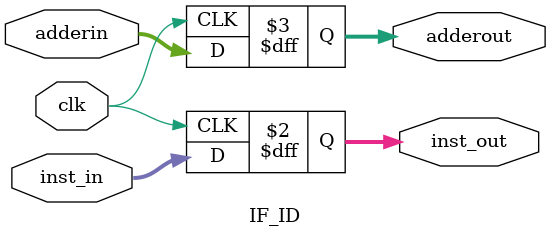
<source format=v>
module IF_ID(
    input clk,
    input [31:0]inst_in,
    output reg [31:0]inst_out,
    input [31:0]adderin,
    output reg [31:0]adderout
);

always @(posedge clk) 
begin
    inst_out <= inst_in;
    adderout <= adderin;
end

endmodule
</source>
